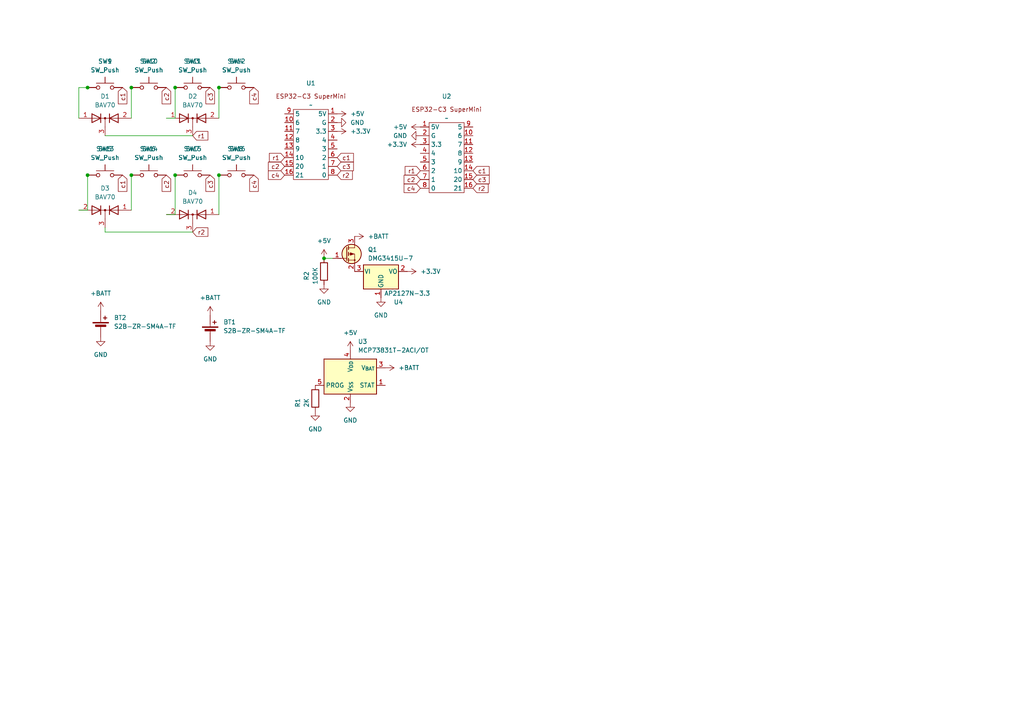
<source format=kicad_sch>
(kicad_sch (version 20230121) (generator eeschema)
  (paper "A4")
  (lib_symbols
    (symbol "Battery_Management:MCP73831-2-OT"
      (property "Reference" "U" (at -7.62 6.35 0))
      (property "Value" "MCP73831-2-OT" (at 1.27 6.35 0))
      (symbol "MCP73831-2-OT_0_1"
        (rectangle (start -7.62 5.08) (end 7.62 -5.08) (stroke (width 0.254)) (fill (type background)))
      )
      (symbol "MCP73831-2-OT_1_1"
        (pin output line (at 10.16 -2.54 180) (length 2.54) (name "STAT") (number "1"))
        (pin power_in line (at 0 -7.62 90) (length 2.54) (name "V_{SS}") (number "2"))
        (pin power_out line (at 10.16 2.54 180) (length 2.54) (name "V_{BAT}") (number "3"))
        (pin power_in line (at 0 7.62 270) (length 2.54) (name "V_{DD}") (number "4"))
        (pin input line (at -10.16 -2.54 0) (length 2.54) (name "PROG") (number "5"))
      )
    )
    (symbol "Device:Battery_Cell" (pin_numbers hide) (pin_names (offset 0) hide)
      (property "Reference" "BT" (at 2.54 2.54 0))
      (property "Value" "Battery_Cell" (at 2.54 0 0))
      (symbol "Battery_Cell_0_1"
        (rectangle (start -2.286 1.778) (end 2.286 1.524) (fill (type outline)))
        (rectangle (start -1.524 1.016) (end 1.524 0.508) (fill (type outline)))
        (polyline (pts (xy 0 0.762) (xy 0 0)))
        (polyline (pts (xy 0 1.778) (xy 0 2.54)))
        (polyline (pts (xy 0.762 3.048) (xy 1.778 3.048)) (stroke (width 0.254)))
        (polyline (pts (xy 1.27 3.556) (xy 1.27 2.54)) (stroke (width 0.254)))
      )
      (symbol "Battery_Cell_1_1"
        (pin passive line (at 0 5.08 270) (length 2.54) (name "+") (number "1"))
        (pin passive line (at 0 -2.54 90) (length 2.54) (name "-") (number "2"))
      )
    )
    (symbol "Device:R" (pin_numbers hide) (pin_names (offset 0))
      (property "Reference" "R" (at 2.032 0 90))
      (property "Value" "R" (at 0 0 90))
      (symbol "R_0_1"
        (rectangle (start -1.016 -2.54) (end 1.016 2.54) (stroke (width 0.254)))
      )
      (symbol "R_1_1"
        (pin passive line (at 0 3.81 270) (length 1.27) (name "~") (number "1"))
        (pin passive line (at 0 -3.81 90) (length 1.27) (name "~") (number "2"))
      )
    )
    (symbol "Diode:BAV70" (pin_names hide)
      (property "Reference" "D" (at 0.635 -2.54 0))
      (property "Value" "BAV70" (at 0 2.54 0))
      (symbol "BAV70_0_1"
        (polyline (pts (xy -3.81 0) (xy 3.81 0)))
        (polyline (pts (xy 0 0) (xy 0 -2.54)))
        (polyline (pts (xy -1.27 -1.27) (xy -1.27 1.27) (xy -1.27 1.27)) (stroke (width 0.254)))
        (polyline (pts (xy 1.27 -1.27) (xy 1.27 1.27) (xy 1.27 1.27)) (stroke (width 0.254)))
        (polyline (pts (xy -3.81 1.27) (xy -1.27 0) (xy -3.81 -1.27) (xy -3.81 1.27) (xy -3.81 1.27) (xy -3.81 1.27)) (stroke (width 0.254)))
        (polyline (pts (xy 3.81 -1.27) (xy 1.27 0) (xy 3.81 1.27) (xy 3.81 -1.27) (xy 3.81 -1.27) (xy 3.81 -1.27)) (stroke (width 0.254)))
        (circle (center 0 0) (radius 0.254) (fill (type outline)))
        (pin passive line (at -7.62 0 0) (length 3.81) (name "A") (number "1"))
        (pin passive line (at 7.62 0 180) (length 3.81) (name "A") (number "2"))
        (pin passive line (at 0 -5.08 90) (length 2.54) (name "K") (number "3"))
      )
    )
    (symbol "PCM_Transistor_MOSFET_AKL:DMG3415U" (pin_names hide)
      (property "Reference" "Q" (at 5.08 1.27 0))
      (property "Value" "DMG3415U" (at 5.08 -1.27 0))
      (symbol "DMG3415U_0_1"
        (polyline (pts (xy 0.254 -1.905) (xy 0.254 1.905)) (stroke (width 0.254)))
        (polyline (pts (xy 0.254 1.27) (xy -2.54 1.27)))
        (polyline (pts (xy 0.762 -2.286) (xy 0.762 -1.27)) (stroke (width 0.254)))
        (polyline (pts (xy 0.762 -1.778) (xy 2.54 -1.778)))
        (polyline (pts (xy 0.762 -0.508) (xy 0.762 0.508)) (stroke (width 0.254)))
        (polyline (pts (xy 0.762 1.27) (xy 0.762 2.286)) (stroke (width 0.254)))
        (polyline (pts (xy 0.762 1.778) (xy 2.54 1.778)))
        (polyline (pts (xy 2.54 -2.54) (xy 2.54 -1.778)))
        (polyline (pts (xy 2.54 2.54) (xy 2.54 0) (xy 0.762 0)))
        (polyline (pts (xy 2.286 0) (xy 1.27 -0.381) (xy 1.27 0.381) (xy 2.286 0)) (fill (type outline)))
      )
      (symbol "DMG3415U_1_1"
        (circle (center 1.651 0) (radius 2.794) (stroke (width 0.254)) (fill (type background)))
        (circle (center 2.54 1.778) (radius 0.1778) (fill (type outline)))
        (pin input line (at -3.81 1.27 0) (length 2.54) (name "G") (number "1"))
        (pin passive line (at 2.54 5.08 270) (length 2.54) (name "S") (number "2"))
        (pin passive line (at 2.54 -5.08 90) (length 2.54) (name "D") (number "3"))
      )
    )
    (symbol "Regulator_Linear:AP2127N-3.3" (pin_names (offset 0.254))
      (property "Reference" "U" (at -3.81 3.175 0))
      (property "Value" "AP2127N-3.3" (at 0 3.175 0))
      (symbol "AP2127N-3.3_0_1"
        (rectangle (start -5.08 1.905) (end 5.08 -5.08) (stroke (width 0.254)) (fill (type background)))
      )
      (symbol "AP2127N-3.3_1_1"
        (pin power_in line (at 0 -7.62 90) (length 2.54) (name "GND") (number "1"))
        (pin power_out line (at 7.62 0 180) (length 2.54) (name "VO") (number "2"))
        (pin power_in line (at -7.62 0 0) (length 2.54) (name "VI") (number "3"))
      )
    )
    (symbol "Switch:SW_Push" (pin_numbers hide) (pin_names (offset 1.016) hide)
      (property "Reference" "SW" (at 1.27 2.54 0))
      (property "Value" "SW_Push" (at 0 -1.524 0))
      (symbol "SW_Push_0_1"
        (circle (center -2.032 0) (radius 0.508))
        (polyline (pts (xy 0 1.27) (xy 0 3.048)))
        (polyline (pts (xy 2.54 1.27) (xy -2.54 1.27)))
        (circle (center 2.032 0) (radius 0.508))
        (pin passive line (at -5.08 0 0) (length 2.54) (name "1") (number "1"))
        (pin passive line (at 5.08 0 180) (length 2.54) (name "2") (number "2"))
      )
    )
    (symbol "custom:esp32-c3_superMini"
      (property "Reference" "U" (at 0 0 0))
      (symbol "esp32-c3_superMini_0_1"
        (rectangle (start -5.08 -1.27) (end 5.08 -21.59))
      )
      (symbol "esp32-c3_superMini_1_1"
        (text "ESP32-C3 SuperMini\n" (at 0 2.54 0) (effects (font (size 1.27 1.27))))
        (pin bidirectional line (at -7.62 -2.54 0) (length 2.54) (name "5V") (number "1"))
        (pin bidirectional line (at 7.62 -5.08 180) (length 2.54) (name "6") (number "10"))
        (pin bidirectional line (at 7.62 -7.62 180) (length 2.54) (name "7") (number "11"))
        (pin bidirectional line (at 7.62 -10.16 180) (length 2.54) (name "8") (number "12"))
        (pin bidirectional line (at 7.62 -12.7 180) (length 2.54) (name "9") (number "13"))
        (pin bidirectional line (at 7.62 -15.24 180) (length 2.54) (name "10") (number "14"))
        (pin bidirectional line (at 7.62 -17.78 180) (length 2.54) (name "20") (number "15"))
        (pin bidirectional line (at 7.62 -20.32 180) (length 2.54) (name "21") (number "16"))
        (pin bidirectional line (at -7.62 -5.08 0) (length 2.54) (name "G") (number "2"))
        (pin bidirectional line (at -7.62 -7.62 0) (length 2.54) (name "3.3") (number "3"))
        (pin bidirectional line (at -7.62 -10.16 0) (length 2.54) (name "4") (number "4"))
        (pin bidirectional line (at -7.62 -12.7 0) (length 2.54) (name "3") (number "5"))
        (pin bidirectional line (at -7.62 -15.24 0) (length 2.54) (name "2") (number "6"))
        (pin bidirectional line (at -7.62 -17.78 0) (length 2.54) (name "1") (number "7"))
        (pin bidirectional line (at -7.62 -20.32 0) (length 2.54) (name "0") (number "8"))
        (pin bidirectional line (at 7.62 -2.54 180) (length 2.54) (name "5") (number "9"))
      )
    )
    (symbol "power:+3.3V" (power) (pin_names (offset 0))
      (property "Value" "+3.3V" (at 0 3.556 0))
      (symbol "+3.3V_0_1"
        (polyline (pts (xy -0.762 1.27) (xy 0 2.54)))
        (polyline (pts (xy 0 0) (xy 0 2.54)))
        (polyline (pts (xy 0 2.54) (xy 0.762 1.27)))
      )
      (symbol "+3.3V_1_1"
        (pin power_in line (at 0 0 90) (length 0) hide (name "+3.3V") (number "1"))
      )
    )
    (symbol "power:+5V" (power) (pin_names (offset 0))
      (property "Value" "+5V" (at 0 3.556 0))
      (symbol "+5V_0_1"
        (polyline (pts (xy -0.762 1.27) (xy 0 2.54)))
        (polyline (pts (xy 0 0) (xy 0 2.54)))
        (polyline (pts (xy 0 2.54) (xy 0.762 1.27)))
      )
      (symbol "+5V_1_1"
        (pin power_in line (at 0 0 90) (length 0) hide (name "+5V") (number "1"))
      )
    )
    (symbol "power:+BATT" (power) (pin_names (offset 0))
      (property "Value" "+BATT" (at 0 3.556 0))
      (symbol "+BATT_0_1"
        (polyline (pts (xy -0.762 1.27) (xy 0 2.54)))
        (polyline (pts (xy 0 0) (xy 0 2.54)))
        (polyline (pts (xy 0 2.54) (xy 0.762 1.27)))
      )
      (symbol "+BATT_1_1"
        (pin power_in line (at 0 0 90) (length 0) hide (name "+BATT") (number "1"))
      )
    )
    (symbol "power:GND" (power) (pin_names (offset 0))
      (property "Value" "GND" (at 0 -3.81 0))
      (symbol "GND_0_1"
        (polyline (pts (xy 0 0) (xy 0 -1.27) (xy 1.27 -1.27) (xy 0 -2.54) (xy -1.27 -1.27) (xy 0 -1.27)))
      )
      (symbol "GND_1_1"
        (pin power_in line (at 0 0 270) (length 0) hide (name "GND") (number "1"))
      )
    )
  )
  (junction (at 38.1 25.4))
  (junction (at 25.4 50.8))
  (junction (at 50.8 25.4))
  (junction (at 50.8 50.8))
  (junction (at 93.98 74.93))
  (junction (at 63.5 50.8))
  (junction (at 25.4 25.4))
  (junction (at 38.1 50.8))
  (junction (at 63.5 25.4))
  (wire (pts (xy 50.8 50.8) (xy 50.8 62.23)))
  (wire (pts (xy 38.1 50.8) (xy 38.1 60.96)))
  (wire (pts (xy 63.5 50.8) (xy 63.5 62.23)))
  (wire (pts (xy 50.8 34.29) (xy 48.26 34.29)))
  (wire (pts (xy 25.4 25.4) (xy 22.86 25.4)))
  (wire (pts (xy 25.4 50.8) (xy 25.4 60.96)))
  (wire (pts (xy 22.86 25.4) (xy 22.86 34.29)))
  (wire (pts (xy 30.48 39.37) (xy 55.88 39.37)))
  (wire (pts (xy 63.5 25.4) (xy 63.5 34.29)))
  (wire (pts (xy 25.4 60.96) (xy 22.86 60.96)))
  (wire (pts (xy 50.8 62.23) (xy 48.26 62.23)))
  (wire (pts (xy 30.48 67.31) (xy 30.48 66.04)))
  (wire (pts (xy 93.98 74.93) (xy 96.52 74.93)))
  (wire (pts (xy 38.1 25.4) (xy 38.1 34.29)))
  (wire (pts (xy 50.8 25.4) (xy 50.8 34.29)))
  (wire (pts (xy 55.88 67.31) (xy 30.48 67.31)))
  (global_label "c3" (shape input) (at 60.96 25.4 270) (property "Intersheetrefs" "${INTERSHEET_REFS}" (effects hide)))
  (global_label "c3" (shape input) (at 97.79 48.26 0) (property "Intersheetrefs" "${INTERSHEET_REFS}" (effects hide)))
  (global_label "c2" (shape input) (at 82.55 48.26 180) (property "Intersheetrefs" "${INTERSHEET_REFS}" (effects hide)))
  (global_label "c2" (shape input) (at 48.26 25.4 270) (property "Intersheetrefs" "${INTERSHEET_REFS}" (effects hide)))
  (global_label "c1" (shape input) (at 137.16 49.53 0) (property "Intersheetrefs" "${INTERSHEET_REFS}" (effects hide)))
  (global_label "r2" (shape input) (at 97.79 50.8 0) (property "Intersheetrefs" "${INTERSHEET_REFS}" (effects hide)))
  (global_label "r2" (shape input) (at 137.16 54.61 0) (property "Intersheetrefs" "${INTERSHEET_REFS}" (effects hide)))
  (global_label "c4" (shape input) (at 82.55 50.8 180) (property "Intersheetrefs" "${INTERSHEET_REFS}" (effects hide)))
  (global_label "c4" (shape input) (at 73.66 25.4 270) (property "Intersheetrefs" "${INTERSHEET_REFS}" (effects hide)))
  (global_label "c1" (shape input) (at 35.56 25.4 270) (property "Intersheetrefs" "${INTERSHEET_REFS}" (effects hide)))
  (global_label "c2" (shape input) (at 121.92 52.07 180) (property "Intersheetrefs" "${INTERSHEET_REFS}" (effects hide)))
  (global_label "c3" (shape input) (at 137.16 52.07 0) (property "Intersheetrefs" "${INTERSHEET_REFS}" (effects hide)))
  (global_label "c1" (shape input) (at 97.79 45.72 0) (property "Intersheetrefs" "${INTERSHEET_REFS}" (effects hide)))
  (global_label "c2" (shape input) (at 48.26 50.8 270) (property "Intersheetrefs" "${INTERSHEET_REFS}" (effects hide)))
  (global_label "c1" (shape input) (at 35.56 50.8 270) (property "Intersheetrefs" "${INTERSHEET_REFS}" (effects hide)))
  (global_label "r2" (shape input) (at 55.88 67.31 0) (property "Intersheetrefs" "${INTERSHEET_REFS}" (effects hide)))
  (global_label "c4" (shape input) (at 73.66 50.8 270) (property "Intersheetrefs" "${INTERSHEET_REFS}" (effects hide)))
  (global_label "r1" (shape input) (at 55.88 39.37 0) (property "Intersheetrefs" "${INTERSHEET_REFS}" (effects hide)))
  (global_label "c4" (shape input) (at 121.92 54.61 180) (property "Intersheetrefs" "${INTERSHEET_REFS}" (effects hide)))
  (global_label "r1" (shape input) (at 121.92 49.53 180) (property "Intersheetrefs" "${INTERSHEET_REFS}" (effects hide)))
  (global_label "r1" (shape input) (at 82.55 45.72 180) (property "Intersheetrefs" "${INTERSHEET_REFS}" (effects hide)))
  (global_label "c3" (shape input) (at 60.96 50.8 270) (property "Intersheetrefs" "${INTERSHEET_REFS}" (effects hide)))
  (symbol (lib_id "power:+5V") (at 121.92 36.83 90) (unit 1)
    (property "Reference" "#PWR013" (effects hide))
    (property "Value" "+5V" (at 118.11 36.83 90) (effects (justify left)))
  )
  (symbol (lib_id "power:+BATT") (at 102.87 68.58 270) (unit 1)
    (property "Reference" "#PWR09" (effects hide))
    (property "Value" "+BATT" (at 106.68 68.58 90) (effects (justify left)))
  )
  (symbol (lib_id "power:+3.3V") (at 97.79 38.1 270) (unit 1)
    (property "Reference" "#PWR02" (effects hide))
    (property "Value" "+3.3V" (at 101.6 38.1 90) (effects (justify left)))
  )
  (symbol (lib_id "Device:Battery_Cell") (at 29.21 95.25 0) (unit 1)
    (property "Reference" "BT2" (at 33.02 92.1385 0) (effects (justify left)))
    (property "Value" "S2B-ZR-SM4A-TF" (at 33.02 94.6785 0) (effects (justify left)))
    (property "Footprint" "Connector_JST:JST_PH_S2B-PH-SM4-TB_1x02-1MP_P2.00mm_Horizontal" (effects hide))
  )
  (symbol (lib_id "power:GND") (at 101.6 116.84 0) (unit 1)
    (property "Reference" "#PWR08" (effects hide))
    (property "Value" "GND" (at 101.6 121.92 0))
  )
  (symbol (lib_id "Switch:SW_Push") (at 55.88 50.8 0) (unit 1)
    (property "Reference" "SW15" (at 55.88 43.18 0))
    (property "Value" "SW_Push" (at 55.88 45.72 0))
    (property "Footprint" "PCM_marbastlib-xp-mx:SW_MX_Reversible_1u" (effects hide))
  )
  (symbol (lib_id "Switch:SW_Push") (at 30.48 50.8 0) (unit 1)
    (property "Reference" "SW5" (at 30.48 43.18 0))
    (property "Value" "SW_Push" (at 30.48 45.72 0))
    (property "Footprint" "PCM_marbastlib-xp-choc:SW_choc_Reversible_1u" (effects hide))
  )
  (symbol (lib_id "power:+5V") (at 101.6 101.6 0) (unit 1)
    (property "Reference" "#PWR016" (effects hide))
    (property "Value" "+5V" (at 101.6 96.52 0))
  )
  (symbol (lib_id "Switch:SW_Push") (at 55.88 50.8 0) (unit 1)
    (property "Reference" "SW7" (at 55.88 43.18 0))
    (property "Value" "SW_Push" (at 55.88 45.72 0))
    (property "Footprint" "PCM_marbastlib-xp-choc:SW_choc_Reversible_1u" (effects hide))
  )
  (symbol (lib_id "Switch:SW_Push") (at 30.48 50.8 0) (unit 1)
    (property "Reference" "SW13" (at 30.48 43.18 0))
    (property "Value" "SW_Push" (at 30.48 45.72 0))
    (property "Footprint" "PCM_marbastlib-xp-mx:SW_MX_Reversible_1u" (effects hide))
  )
  (symbol (lib_id "power:GND") (at 121.92 39.37 270) (mirror x) (unit 1)
    (property "Reference" "#PWR03" (effects hide))
    (property "Value" "GND" (at 118.11 39.37 90) (effects (justify right)))
  )
  (symbol (lib_id "Switch:SW_Push") (at 68.58 25.4 0) (unit 1)
    (property "Reference" "SW12" (at 68.58 17.78 0))
    (property "Value" "SW_Push" (at 68.58 20.32 0))
    (property "Footprint" "PCM_marbastlib-xp-mx:SW_MX_Reversible_1u" (effects hide))
  )
  (symbol (lib_id "power:+5V") (at 97.79 33.02 270) (unit 1)
    (property "Reference" "#PWR019" (effects hide))
    (property "Value" "+5V" (at 101.6 33.02 90) (effects (justify left)))
  )
  (symbol (lib_id "power:+5V") (at 93.98 74.93 0) (unit 1)
    (property "Reference" "#PWR06" (effects hide))
    (property "Value" "+5V" (at 93.98 69.85 0))
  )
  (symbol (lib_id "Switch:SW_Push") (at 68.58 25.4 0) (unit 1)
    (property "Reference" "SW4" (at 68.58 17.78 0))
    (property "Value" "SW_Push" (at 68.58 20.32 0))
    (property "Footprint" "PCM_marbastlib-xp-choc:SW_choc_Reversible_1u" (effects hide))
  )
  (symbol (lib_id "Battery_Management:MCP73831-2-OT") (at 101.6 109.22 0) (unit 1)
    (property "Reference" "U3" (at 103.7941 99.06 0) (effects (justify left)))
    (property "Value" "MCP73831T-2ACI/OT" (at 103.7941 101.6 0) (effects (justify left)))
    (property "Footprint" "Package_TO_SOT_SMD:SOT-23-5" (effects hide))
    (property "Datasheet" "http://ww1.microchip.com/downloads/en/DeviceDoc/20001984g.pdf" (effects hide))
  )
  (symbol (lib_id "Switch:SW_Push") (at 68.58 50.8 0) (unit 1)
    (property "Reference" "SW8" (at 68.58 43.18 0))
    (property "Value" "SW_Push" (at 68.58 45.72 0))
    (property "Footprint" "PCM_marbastlib-xp-choc:SW_choc_Reversible_1u" (effects hide))
  )
  (symbol (lib_id "power:GND") (at 91.44 119.38 0) (unit 1)
    (property "Reference" "#PWR05" (effects hide))
    (property "Value" "GND" (at 91.44 124.46 0))
  )
  (symbol (lib_id "Device:Battery_Cell") (at 60.96 96.52 0) (unit 1)
    (property "Reference" "BT1" (at 64.77 93.4085 0) (effects (justify left)))
    (property "Value" "S2B-ZR-SM4A-TF" (at 64.77 95.9485 0) (effects (justify left)))
    (property "Footprint" "Connector_JST:JST_PH_S2B-PH-SM4-TB_1x02-1MP_P2.00mm_Horizontal" (effects hide))
  )
  (symbol (lib_id "PCM_Transistor_MOSFET_AKL:DMG3415U") (at 100.33 73.66 0) (mirror x) (unit 1)
    (property "Reference" "Q1" (at 106.68 72.39 0) (effects (justify left)))
    (property "Value" "DMG3415U-7" (at 106.68 74.93 0) (effects (justify left)))
    (property "Footprint" "Package_TO_SOT_SMD:SC-59" (effects hide))
    (property "Datasheet" "https://www.tme.eu/Document/236093ecb8447f8a47174c5983185a9e/DMG3415U.pdf" (effects hide))
  )
  (symbol (lib_id "power:GND") (at 29.21 97.79 0) (unit 1)
    (property "Reference" "#PWR018" (effects hide))
    (property "Value" "GND" (at 29.21 102.87 0))
  )
  (symbol (lib_id "Switch:SW_Push") (at 43.18 25.4 0) (unit 1)
    (property "Reference" "SW10" (at 43.18 17.78 0))
    (property "Value" "SW_Push" (at 43.18 20.32 0))
    (property "Footprint" "PCM_marbastlib-xp-mx:SW_MX_Reversible_1u" (effects hide))
  )
  (symbol (lib_id "power:+BATT") (at 111.76 106.68 270) (unit 1)
    (property "Reference" "#PWR011" (effects hide))
    (property "Value" "+BATT" (at 115.57 106.68 90) (effects (justify left)))
  )
  (symbol (lib_id "power:GND") (at 93.98 82.55 0) (unit 1)
    (property "Reference" "#PWR07" (effects hide))
    (property "Value" "GND" (at 93.98 87.63 0))
  )
  (symbol (lib_id "Switch:SW_Push") (at 68.58 50.8 0) (unit 1)
    (property "Reference" "SW16" (at 68.58 43.18 0))
    (property "Value" "SW_Push" (at 68.58 45.72 0))
    (property "Footprint" "PCM_marbastlib-xp-mx:SW_MX_Reversible_1u" (effects hide))
  )
  (symbol (lib_id "Diode:BAV70") (at 55.88 34.29 0) (unit 1)
    (property "Reference" "D2" (at 55.88 27.94 0))
    (property "Value" "BAV70" (at 55.88 30.48 0))
    (property "Footprint" "Package_TO_SOT_SMD:SOT-23" (effects hide))
    (property "Datasheet" "https://assets.nexperia.com/documents/data-sheet/BAV70_SER.pdf" (effects hide))
  )
  (symbol (lib_id "Switch:SW_Push") (at 43.18 25.4 0) (unit 1)
    (property "Reference" "SW2" (at 43.18 17.78 0))
    (property "Value" "SW_Push" (at 43.18 20.32 0))
    (property "Footprint" "PCM_marbastlib-xp-choc:SW_choc_Reversible_1u" (effects hide))
  )
  (symbol (lib_id "power:GND") (at 60.96 99.06 0) (unit 1)
    (property "Reference" "#PWR015" (effects hide))
    (property "Value" "GND" (at 60.96 104.14 0))
  )
  (symbol (lib_id "power:GND") (at 110.49 86.36 0) (unit 1)
    (property "Reference" "#PWR010" (effects hide))
    (property "Value" "GND" (at 110.49 91.44 0))
  )
  (symbol (lib_id "Regulator_Linear:AP2127N-3.3") (at 110.49 78.74 0) (unit 1)
    (property "Reference" "U4" (at 115.57 87.63 0))
    (property "Value" "AP2127N-3.3" (at 118.11 85.09 0))
    (property "Footprint" "Package_TO_SOT_SMD:SOT-23" (effects hide))
    (property "Datasheet" "https://www.diodes.com/assets/Datasheets/AP2127.pdf" (effects hide))
  )
  (symbol (lib_id "power:+3.3V") (at 118.11 78.74 270) (unit 1)
    (property "Reference" "#PWR012" (effects hide))
    (property "Value" "+3.3V" (at 121.92 78.74 90) (effects (justify left)))
  )
  (symbol (lib_id "Diode:BAV70") (at 30.48 60.96 0) (mirror y) (unit 1)
    (property "Reference" "D3" (at 30.48 54.61 0))
    (property "Value" "BAV70" (at 30.48 57.15 0))
    (property "Footprint" "Package_TO_SOT_SMD:SOT-23" (effects hide))
    (property "Datasheet" "https://assets.nexperia.com/documents/data-sheet/BAV70_SER.pdf" (effects hide))
  )
  (symbol (lib_id "Diode:BAV70") (at 30.48 34.29 0) (unit 1)
    (property "Reference" "D1" (at 30.48 27.94 0))
    (property "Value" "BAV70" (at 30.48 30.48 0))
    (property "Footprint" "Package_TO_SOT_SMD:SOT-23" (effects hide))
    (property "Datasheet" "https://assets.nexperia.com/documents/data-sheet/BAV70_SER.pdf" (effects hide))
  )
  (symbol (lib_id "Switch:SW_Push") (at 55.88 25.4 0) (unit 1)
    (property "Reference" "SW11" (at 55.88 17.78 0))
    (property "Value" "SW_Push" (at 55.88 20.32 0))
    (property "Footprint" "PCM_marbastlib-xp-mx:SW_MX_Reversible_1u" (effects hide))
  )
  (symbol (lib_id "Device:R") (at 91.44 115.57 180) (unit 1)
    (property "Reference" "R1" (at 86.36 116.84 90))
    (property "Value" "2K" (at 88.9 116.84 90))
    (property "Footprint" "Resistor_SMD:R_0603_1608Metric" (effects hide))
  )
  (symbol (lib_id "Switch:SW_Push") (at 43.18 50.8 0) (unit 1)
    (property "Reference" "SW6" (at 43.18 43.18 0))
    (property "Value" "SW_Push" (at 43.18 45.72 0))
    (property "Footprint" "PCM_marbastlib-xp-choc:SW_choc_Reversible_1u" (effects hide))
  )
  (symbol (lib_id "custom:esp32-c3_superMini") (at 129.54 34.29 0) (unit 1)
    (property "Reference" "U2" (at 129.54 27.94 0))
    (property "Value" "~" (at 129.54 34.29 0))
    (property "Footprint" "custom:esp32-c3 superMini" (effects hide))
  )
  (symbol (lib_id "Device:R") (at 93.98 78.74 180) (unit 1)
    (property "Reference" "R2" (at 88.9 80.01 90))
    (property "Value" "100K" (at 91.44 80.01 90))
    (property "Footprint" "Resistor_SMD:R_0603_1608Metric" (effects hide))
  )
  (symbol (lib_id "Switch:SW_Push") (at 43.18 50.8 0) (unit 1)
    (property "Reference" "SW14" (at 43.18 43.18 0))
    (property "Value" "SW_Push" (at 43.18 45.72 0))
    (property "Footprint" "PCM_marbastlib-xp-mx:SW_MX_Reversible_1u" (effects hide))
  )
  (symbol (lib_id "power:+3.3V") (at 121.92 41.91 90) (mirror x) (unit 1)
    (property "Reference" "#PWR04" (effects hide))
    (property "Value" "+3.3V" (at 118.11 41.91 90) (effects (justify left)))
  )
  (symbol (lib_id "Switch:SW_Push") (at 55.88 25.4 0) (unit 1)
    (property "Reference" "SW3" (at 55.88 17.78 0))
    (property "Value" "SW_Push" (at 55.88 20.32 0))
    (property "Footprint" "PCM_marbastlib-xp-choc:SW_choc_Reversible_1u" (effects hide))
  )
  (symbol (lib_id "Switch:SW_Push") (at 30.48 25.4 0) (unit 1)
    (property "Reference" "SW1" (at 30.48 17.78 0))
    (property "Value" "SW_Push" (at 30.48 20.32 0))
    (property "Footprint" "PCM_marbastlib-xp-choc:SW_choc_Reversible_1u" (effects hide))
  )
  (symbol (lib_id "power:+BATT") (at 29.21 90.17 0) (unit 1)
    (property "Reference" "#PWR017" (effects hide))
    (property "Value" "+BATT" (at 29.21 85.09 0))
  )
  (symbol (lib_id "power:+BATT") (at 60.96 91.44 0) (unit 1)
    (property "Reference" "#PWR014" (effects hide))
    (property "Value" "+BATT" (at 60.96 86.36 0))
  )
  (symbol (lib_id "power:GND") (at 97.79 35.56 90) (unit 1)
    (property "Reference" "#PWR01" (effects hide))
    (property "Value" "GND" (at 101.6 35.56 90) (effects (justify right)))
  )
  (symbol (lib_id "Switch:SW_Push") (at 30.48 25.4 0) (unit 1)
    (property "Reference" "SW9" (at 30.48 17.78 0))
    (property "Value" "SW_Push" (at 30.48 20.32 0))
    (property "Footprint" "PCM_marbastlib-xp-mx:SW_MX_Reversible_1u" (effects hide))
  )
  (symbol (lib_id "Diode:BAV70") (at 55.88 62.23 0) (mirror y) (unit 1)
    (property "Reference" "D4" (at 55.88 55.88 0))
    (property "Value" "BAV70" (at 55.88 58.42 0))
    (property "Footprint" "Package_TO_SOT_SMD:SOT-23" (effects hide))
    (property "Datasheet" "https://assets.nexperia.com/documents/data-sheet/BAV70_SER.pdf" (effects hide))
  )
  (symbol (lib_id "custom:esp32-c3_superMini") (at 90.17 30.48 0) (mirror y) (unit 1)
    (property "Reference" "U1" (at 90.17 24.13 0))
    (property "Value" "~" (at 90.17 30.48 0))
    (property "Footprint" "custom:esp32-c3 superMini" (effects hide))
  )
)
</source>
